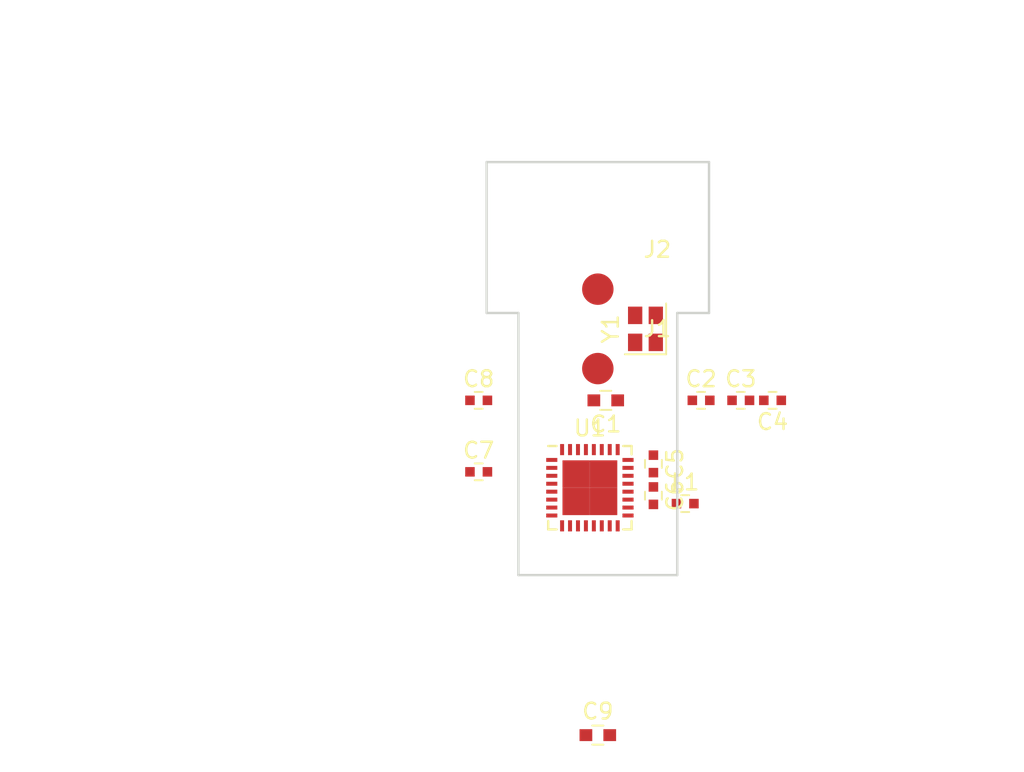
<source format=kicad_pcb>
(kicad_pcb (version 4) (host pcbnew 4.0.7-e0-6372~58~ubuntu16.10.1)

  (general
    (links 28)
    (no_connects 28)
    (area 31.924999 16.424999 46.075001 42.575001)
    (thickness 1.6)
    (drawings 27)
    (tracks 0)
    (zones 0)
    (modules 14)
    (nets 9)
  )

  (page A4)
  (layers
    (0 F.Cu signal)
    (31 B.Cu signal)
    (32 B.Adhes user)
    (33 F.Adhes user)
    (34 B.Paste user)
    (35 F.Paste user)
    (36 B.SilkS user)
    (37 F.SilkS user)
    (38 B.Mask user)
    (39 F.Mask user)
    (40 Dwgs.User user)
    (41 Cmts.User user)
    (42 Eco1.User user)
    (43 Eco2.User user)
    (44 Edge.Cuts user)
    (45 Margin user)
    (46 B.CrtYd user)
    (47 F.CrtYd user)
    (48 B.Fab user)
    (49 F.Fab user)
  )

  (setup
    (last_trace_width 0.25)
    (trace_clearance 0.2)
    (zone_clearance 0.508)
    (zone_45_only no)
    (trace_min 0.2)
    (segment_width 0.2)
    (edge_width 0.15)
    (via_size 0.6)
    (via_drill 0.4)
    (via_min_size 0.4)
    (via_min_drill 0.3)
    (uvia_size 0.3)
    (uvia_drill 0.1)
    (uvias_allowed no)
    (uvia_min_size 0.2)
    (uvia_min_drill 0.1)
    (pcb_text_width 0.3)
    (pcb_text_size 1.5 1.5)
    (mod_edge_width 0.15)
    (mod_text_size 1 1)
    (mod_text_width 0.15)
    (pad_size 1.524 1.524)
    (pad_drill 0.762)
    (pad_to_mask_clearance 0.2)
    (aux_axis_origin 0 0)
    (visible_elements FFFFFF7F)
    (pcbplotparams
      (layerselection 0x00030_80000001)
      (usegerberextensions false)
      (excludeedgelayer true)
      (linewidth 0.100000)
      (plotframeref false)
      (viasonmask false)
      (mode 1)
      (useauxorigin false)
      (hpglpennumber 1)
      (hpglpenspeed 20)
      (hpglpendiameter 15)
      (hpglpenoverlay 2)
      (psnegative false)
      (psa4output false)
      (plotreference true)
      (plotvalue true)
      (plotinvisibletext false)
      (padsonsilk false)
      (subtractmaskfromsilk false)
      (outputformat 1)
      (mirror false)
      (drillshape 1)
      (scaleselection 1)
      (outputdirectory ""))
  )

  (net 0 "")
  (net 1 GNDD)
  (net 2 VDDA)
  (net 3 "Net-(C3-Pad1)")
  (net 4 "Net-(C4-Pad1)")
  (net 5 "Net-(C5-Pad2)")
  (net 6 "Net-(C6-Pad2)")
  (net 7 "Net-(C7-Pad1)")
  (net 8 "Net-(C9-Pad1)")

  (net_class Default "This is the default net class."
    (clearance 0.2)
    (trace_width 0.25)
    (via_dia 0.6)
    (via_drill 0.4)
    (uvia_dia 0.3)
    (uvia_drill 0.1)
    (add_net GNDD)
    (add_net "Net-(C3-Pad1)")
    (add_net "Net-(C4-Pad1)")
    (add_net "Net-(C5-Pad2)")
    (add_net "Net-(C6-Pad2)")
    (add_net "Net-(C7-Pad1)")
    (add_net "Net-(C9-Pad1)")
    (add_net VDDA)
  )

  (module Housings_DFN_QFN:QFN-32-1EP_5x5mm_Pitch0.5mm (layer F.Cu) (tedit 54130A77) (tstamp 58848ED7)
    (at 38.5 37)
    (descr "UH Package; 32-Lead Plastic QFN (5mm x 5mm); (see Linear Technology QFN_32_05-08-1693.pdf)")
    (tags "QFN 0.5")
    (path /5A92EC3B)
    (attr smd)
    (fp_text reference U1 (at 0 -3.75) (layer F.SilkS)
      (effects (font (size 1 1) (thickness 0.15)))
    )
    (fp_text value nRF52810 (at 0 3.75) (layer F.Fab)
      (effects (font (size 1 1) (thickness 0.15)))
    )
    (fp_line (start -1.5 -2.5) (end 2.5 -2.5) (layer F.Fab) (width 0.15))
    (fp_line (start 2.5 -2.5) (end 2.5 2.5) (layer F.Fab) (width 0.15))
    (fp_line (start 2.5 2.5) (end -2.5 2.5) (layer F.Fab) (width 0.15))
    (fp_line (start -2.5 2.5) (end -2.5 -1.5) (layer F.Fab) (width 0.15))
    (fp_line (start -2.5 -1.5) (end -1.5 -2.5) (layer F.Fab) (width 0.15))
    (fp_line (start -3 -3) (end -3 3) (layer F.CrtYd) (width 0.05))
    (fp_line (start 3 -3) (end 3 3) (layer F.CrtYd) (width 0.05))
    (fp_line (start -3 -3) (end 3 -3) (layer F.CrtYd) (width 0.05))
    (fp_line (start -3 3) (end 3 3) (layer F.CrtYd) (width 0.05))
    (fp_line (start 2.625 -2.625) (end 2.625 -2.1) (layer F.SilkS) (width 0.15))
    (fp_line (start -2.625 2.625) (end -2.625 2.1) (layer F.SilkS) (width 0.15))
    (fp_line (start 2.625 2.625) (end 2.625 2.1) (layer F.SilkS) (width 0.15))
    (fp_line (start -2.625 -2.625) (end -2.1 -2.625) (layer F.SilkS) (width 0.15))
    (fp_line (start -2.625 2.625) (end -2.1 2.625) (layer F.SilkS) (width 0.15))
    (fp_line (start 2.625 2.625) (end 2.1 2.625) (layer F.SilkS) (width 0.15))
    (fp_line (start 2.625 -2.625) (end 2.1 -2.625) (layer F.SilkS) (width 0.15))
    (pad 1 smd rect (at -2.4 -1.75) (size 0.7 0.25) (layers F.Cu F.Paste F.Mask)
      (net 7 "Net-(C7-Pad1)"))
    (pad 2 smd rect (at -2.4 -1.25) (size 0.7 0.25) (layers F.Cu F.Paste F.Mask))
    (pad 3 smd rect (at -2.4 -0.75) (size 0.7 0.25) (layers F.Cu F.Paste F.Mask))
    (pad 4 smd rect (at -2.4 -0.25) (size 0.7 0.25) (layers F.Cu F.Paste F.Mask))
    (pad 5 smd rect (at -2.4 0.25) (size 0.7 0.25) (layers F.Cu F.Paste F.Mask))
    (pad 6 smd rect (at -2.4 0.75) (size 0.7 0.25) (layers F.Cu F.Paste F.Mask))
    (pad 7 smd rect (at -2.4 1.25) (size 0.7 0.25) (layers F.Cu F.Paste F.Mask))
    (pad 8 smd rect (at -2.4 1.75) (size 0.7 0.25) (layers F.Cu F.Paste F.Mask))
    (pad 9 smd rect (at -1.75 2.4 90) (size 0.7 0.25) (layers F.Cu F.Paste F.Mask)
      (net 2 VDDA))
    (pad 10 smd rect (at -1.25 2.4 90) (size 0.7 0.25) (layers F.Cu F.Paste F.Mask))
    (pad 11 smd rect (at -0.75 2.4 90) (size 0.7 0.25) (layers F.Cu F.Paste F.Mask))
    (pad 12 smd rect (at -0.25 2.4 90) (size 0.7 0.25) (layers F.Cu F.Paste F.Mask))
    (pad 13 smd rect (at 0.25 2.4 90) (size 0.7 0.25) (layers F.Cu F.Paste F.Mask))
    (pad 14 smd rect (at 0.75 2.4 90) (size 0.7 0.25) (layers F.Cu F.Paste F.Mask))
    (pad 15 smd rect (at 1.25 2.4 90) (size 0.7 0.25) (layers F.Cu F.Paste F.Mask))
    (pad 16 smd rect (at 1.75 2.4 90) (size 0.7 0.25) (layers F.Cu F.Paste F.Mask))
    (pad 17 smd rect (at 2.4 1.75) (size 0.7 0.25) (layers F.Cu F.Paste F.Mask))
    (pad 18 smd rect (at 2.4 1.25) (size 0.7 0.25) (layers F.Cu F.Paste F.Mask))
    (pad 19 smd rect (at 2.4 0.75) (size 0.7 0.25) (layers F.Cu F.Paste F.Mask)
      (net 6 "Net-(C6-Pad2)"))
    (pad 20 smd rect (at 2.4 0.25) (size 0.7 0.25) (layers F.Cu F.Paste F.Mask)
      (net 1 GNDD))
    (pad 21 smd rect (at 2.4 -0.25) (size 0.7 0.25) (layers F.Cu F.Paste F.Mask))
    (pad 22 smd rect (at 2.4 -0.75) (size 0.7 0.25) (layers F.Cu F.Paste F.Mask)
      (net 5 "Net-(C5-Pad2)"))
    (pad 23 smd rect (at 2.4 -1.25) (size 0.7 0.25) (layers F.Cu F.Paste F.Mask)
      (net 4 "Net-(C4-Pad1)"))
    (pad 24 smd rect (at 2.4 -1.75) (size 0.7 0.25) (layers F.Cu F.Paste F.Mask)
      (net 3 "Net-(C3-Pad1)"))
    (pad 25 smd rect (at 1.75 -2.4 90) (size 0.7 0.25) (layers F.Cu F.Paste F.Mask)
      (net 2 VDDA))
    (pad 26 smd rect (at 1.25 -2.4 90) (size 0.7 0.25) (layers F.Cu F.Paste F.Mask))
    (pad 27 smd rect (at 0.75 -2.4 90) (size 0.7 0.25) (layers F.Cu F.Paste F.Mask))
    (pad 28 smd rect (at 0.25 -2.4 90) (size 0.7 0.25) (layers F.Cu F.Paste F.Mask))
    (pad 29 smd rect (at -0.25 -2.4 90) (size 0.7 0.25) (layers F.Cu F.Paste F.Mask)
      (net 1 GNDD))
    (pad 30 smd rect (at -0.75 -2.4 90) (size 0.7 0.25) (layers F.Cu F.Paste F.Mask)
      (net 8 "Net-(C9-Pad1)"))
    (pad 31 smd rect (at -1.25 -2.4 90) (size 0.7 0.25) (layers F.Cu F.Paste F.Mask))
    (pad 32 smd rect (at -1.75 -2.4 90) (size 0.7 0.25) (layers F.Cu F.Paste F.Mask)
      (net 2 VDDA))
    (pad 33 smd rect (at 0.8625 0.8625) (size 1.725 1.725) (layers F.Cu F.Paste F.Mask)
      (net 1 GNDD) (solder_paste_margin_ratio -0.2))
    (pad 33 smd rect (at 0.8625 -0.8625) (size 1.725 1.725) (layers F.Cu F.Paste F.Mask)
      (net 1 GNDD) (solder_paste_margin_ratio -0.2))
    (pad 33 smd rect (at -0.8625 0.8625) (size 1.725 1.725) (layers F.Cu F.Paste F.Mask)
      (net 1 GNDD) (solder_paste_margin_ratio -0.2))
    (pad 33 smd rect (at -0.8625 -0.8625) (size 1.725 1.725) (layers F.Cu F.Paste F.Mask)
      (net 1 GNDD) (solder_paste_margin_ratio -0.2))
    (model Housings_DFN_QFN.3dshapes/QFN-32-1EP_5x5mm_Pitch0.5mm.wrl
      (at (xyz 0 0 0))
      (scale (xyz 1 1 1))
      (rotate (xyz 0 0 0))
    )
  )

  (module Oscillators:Oscillator_SMD_SeikoEpson_SG210-4pin_2.5x2.0mm (layer F.Cu) (tedit 5873E5B3) (tstamp 58848EDF)
    (at 42 27 90)
    (descr "SMD Crystal Oscillator Seiko Epson SG-210 https://support.epson.biz/td/api/doc_check.php?mode=dl&lang=en&Parts=SG-210SED, 2.5x2.0mm^2 package")
    (tags "SMD SMT crystal oscillator")
    (path /58848A2C)
    (attr smd)
    (fp_text reference Y1 (at 0 -2.2 90) (layer F.SilkS)
      (effects (font (size 1 1) (thickness 0.15)))
    )
    (fp_text value Crystal_GND23_Small (at 0 2.2 90) (layer F.Fab)
      (effects (font (size 1 1) (thickness 0.15)))
    )
    (fp_circle (center 0 0) (end 1 0) (layer F.Adhes) (width 0.1))
    (fp_circle (center 0 0) (end 0.833333 0) (layer F.Adhes) (width 0.333333))
    (fp_circle (center 0 0) (end 0.533333 0) (layer F.Adhes) (width 0.333333))
    (fp_circle (center 0 0) (end 0.233333 0) (layer F.Adhes) (width 0.466667))
    (fp_line (start -1.25 -1) (end -1.25 1) (layer F.Fab) (width 0.1))
    (fp_line (start -1.25 1) (end 1.25 1) (layer F.Fab) (width 0.1))
    (fp_line (start 1.25 1) (end 1.25 -1) (layer F.Fab) (width 0.1))
    (fp_line (start 1.25 -1) (end -1.25 -1) (layer F.Fab) (width 0.1))
    (fp_line (start -1.25 0) (end -0.25 1) (layer F.Fab) (width 0.1))
    (fp_line (start -1.6 -1.3) (end -1.6 1.3) (layer F.SilkS) (width 0.12))
    (fp_line (start -1.6 1.3) (end 1.6 1.3) (layer F.SilkS) (width 0.12))
    (fp_line (start -1.7 -1.4) (end -1.7 1.4) (layer F.CrtYd) (width 0.05))
    (fp_line (start -1.7 1.4) (end 1.7 1.4) (layer F.CrtYd) (width 0.05))
    (fp_line (start 1.7 1.4) (end 1.7 -1.4) (layer F.CrtYd) (width 0.05))
    (fp_line (start 1.7 -1.4) (end -1.7 -1.4) (layer F.CrtYd) (width 0.05))
    (pad 1 smd rect (at -0.85 0.65 90) (size 1.1 0.9) (layers F.Cu F.Mask)
      (net 3 "Net-(C3-Pad1)"))
    (pad 2 smd rect (at 0.85 0.65 90) (size 1.1 0.9) (layers F.Cu F.Mask))
    (pad 3 smd rect (at 0.85 -0.65 90) (size 1.1 0.9) (layers F.Cu F.Mask))
    (pad 4 smd rect (at -0.85 -0.65 90) (size 1.1 0.9) (layers F.Cu F.Mask)
      (net 4 "Net-(C4-Pad1)"))
    (model Oscillators.3dshapes/Oscillator_SMD_SeikoEpson_SG210-4pin_2.5x2.0mm.wrl
      (at (xyz 0 0 0))
      (scale (xyz 1 1 1))
      (rotate (xyz 0 0 0))
    )
  )

  (module Connect_Addons:MillMax1578_Disc_Connector (layer F.Cu) (tedit 5A91F32F) (tstamp 5A91F426)
    (at 39 29.5)
    (descr "Molex 0.50mm Pitch Easy-On Type FFC/FPC Connector, For LVDS, 2.33mm Height, Right Angle, Surface Mount, ZIF, Bottom Contact Style, 15 Circuits (http://www.molex.com/pdm_docs/sd/5022441530_sd.pdf)")
    (tags "molex FFC/FPC connector Pitch 0.5mm right angle")
    (path /5A91F282)
    (attr smd)
    (fp_text reference J1 (at 3.75 -2.5) (layer F.SilkS)
      (effects (font (size 1 1) (thickness 0.15)))
    )
    (fp_text value 1578-3-57-15-00-00-03-0 (at 0 4.7) (layer F.Fab)
      (effects (font (size 1 1) (thickness 0.15)))
    )
    (pad 1 smd circle (at 0 0) (size 1.98 1.98) (layers F.Cu F.Paste F.Mask))
    (model ${KISYS3DMOD}/Connectors_Molex.3dshapes/Molex_FFC-502244-1530.wrl
      (at (xyz 0 0 0))
      (scale (xyz 1 1 1))
      (rotate (xyz 0 0 0))
    )
  )

  (module Connect_Addons:MillMax1578_Disc_Connector (layer F.Cu) (tedit 5A91F32F) (tstamp 5A91F42E)
    (at 39 24.5)
    (descr "Molex 0.50mm Pitch Easy-On Type FFC/FPC Connector, For LVDS, 2.33mm Height, Right Angle, Surface Mount, ZIF, Bottom Contact Style, 15 Circuits (http://www.molex.com/pdm_docs/sd/5022441530_sd.pdf)")
    (tags "molex FFC/FPC connector Pitch 0.5mm right angle")
    (path /5A91F321)
    (attr smd)
    (fp_text reference J2 (at 3.75 -2.5) (layer F.SilkS)
      (effects (font (size 1 1) (thickness 0.15)))
    )
    (fp_text value 1578-3-57-15-00-00-03-0 (at 0 4.7) (layer F.Fab)
      (effects (font (size 1 1) (thickness 0.15)))
    )
    (pad 1 smd circle (at 0 0) (size 1.98 1.98) (layers F.Cu F.Paste F.Mask))
    (model ${KISYS3DMOD}/Connectors_Molex.3dshapes/Molex_FFC-502244-1530.wrl
      (at (xyz 0 0 0))
      (scale (xyz 1 1 1))
      (rotate (xyz 0 0 0))
    )
  )

  (module Capacitors_SMD:C_0603 (layer F.Cu) (tedit 59958EE7) (tstamp 5A92F201)
    (at 39.5 31.5 180)
    (descr "Capacitor SMD 0603, reflow soldering, AVX (see smccp.pdf)")
    (tags "capacitor 0603")
    (path /5A92FE17)
    (attr smd)
    (fp_text reference C1 (at 0 -1.5 180) (layer F.SilkS)
      (effects (font (size 1 1) (thickness 0.15)))
    )
    (fp_text value "4.7 uF" (at 0 1.5 180) (layer F.Fab)
      (effects (font (size 1 1) (thickness 0.15)))
    )
    (fp_line (start 1.4 0.65) (end -1.4 0.65) (layer F.CrtYd) (width 0.05))
    (fp_line (start 1.4 0.65) (end 1.4 -0.65) (layer F.CrtYd) (width 0.05))
    (fp_line (start -1.4 -0.65) (end -1.4 0.65) (layer F.CrtYd) (width 0.05))
    (fp_line (start -1.4 -0.65) (end 1.4 -0.65) (layer F.CrtYd) (width 0.05))
    (fp_line (start 0.35 0.6) (end -0.35 0.6) (layer F.SilkS) (width 0.12))
    (fp_line (start -0.35 -0.6) (end 0.35 -0.6) (layer F.SilkS) (width 0.12))
    (fp_line (start -0.8 -0.4) (end 0.8 -0.4) (layer F.Fab) (width 0.1))
    (fp_line (start 0.8 -0.4) (end 0.8 0.4) (layer F.Fab) (width 0.1))
    (fp_line (start 0.8 0.4) (end -0.8 0.4) (layer F.Fab) (width 0.1))
    (fp_line (start -0.8 0.4) (end -0.8 -0.4) (layer F.Fab) (width 0.1))
    (fp_text user %R (at 0 0 180) (layer F.Fab)
      (effects (font (size 0.3 0.3) (thickness 0.075)))
    )
    (pad 2 smd rect (at 0.75 0 180) (size 0.8 0.75) (layers F.Cu F.Paste F.Mask)
      (net 1 GNDD))
    (pad 1 smd rect (at -0.75 0 180) (size 0.8 0.75) (layers F.Cu F.Paste F.Mask)
      (net 2 VDDA))
    (model Capacitors_SMD.3dshapes/C_0603.wrl
      (at (xyz 0 0 0))
      (scale (xyz 1 1 1))
      (rotate (xyz 0 0 0))
    )
  )

  (module Resistors_SMD_Addons:R_0402_HandSoldering (layer F.Cu) (tedit 5A44E9C0) (tstamp 5A92F207)
    (at 45.5 31.5)
    (descr "Resistor SMD 0402, reflow soldering, Vishay (see dcrcw.pdf)")
    (tags "resistor 0402")
    (path /5A930138)
    (attr smd)
    (fp_text reference C2 (at 0 -1.35) (layer F.SilkS)
      (effects (font (size 1 1) (thickness 0.15)))
    )
    (fp_text value "100 nF" (at 0 1.45) (layer F.Fab)
      (effects (font (size 1 1) (thickness 0.15)))
    )
    (fp_text user %R (at 0 -1.35) (layer F.Fab)
      (effects (font (size 1 1) (thickness 0.15)))
    )
    (fp_line (start -0.5 0.25) (end -0.5 -0.25) (layer F.Fab) (width 0.1))
    (fp_line (start 0.5 0.25) (end -0.5 0.25) (layer F.Fab) (width 0.1))
    (fp_line (start 0.5 -0.25) (end 0.5 0.25) (layer F.Fab) (width 0.1))
    (fp_line (start -0.5 -0.25) (end 0.5 -0.25) (layer F.Fab) (width 0.1))
    (fp_line (start 0.25 -0.53) (end -0.25 -0.53) (layer F.SilkS) (width 0.12))
    (fp_line (start -0.25 0.53) (end 0.25 0.53) (layer F.SilkS) (width 0.12))
    (fp_line (start -0.9 -0.45) (end 0.9 -0.45) (layer F.CrtYd) (width 0.05))
    (fp_line (start -0.9 -0.45) (end -0.9 0.45) (layer F.CrtYd) (width 0.05))
    (fp_line (start 0.9 0.45) (end 0.9 -0.45) (layer F.CrtYd) (width 0.05))
    (fp_line (start 0.9 0.45) (end -0.9 0.45) (layer F.CrtYd) (width 0.05))
    (pad 1 smd rect (at -0.55 0) (size 0.6 0.6) (layers F.Cu F.Paste F.Mask)
      (net 2 VDDA))
    (pad 2 smd rect (at 0.55 0) (size 0.6 0.6) (layers F.Cu F.Paste F.Mask)
      (net 1 GNDD))
    (model ${KISYS3DMOD}/Resistors_SMD.3dshapes/R_0402.wrl
      (at (xyz 0 0 0))
      (scale (xyz 1 1 1))
      (rotate (xyz 0 0 0))
    )
  )

  (module Resistors_SMD_Addons:R_0402_HandSoldering (layer F.Cu) (tedit 5A44E9C0) (tstamp 5A92F20D)
    (at 48 31.5)
    (descr "Resistor SMD 0402, reflow soldering, Vishay (see dcrcw.pdf)")
    (tags "resistor 0402")
    (path /5A92F5F3)
    (attr smd)
    (fp_text reference C3 (at 0 -1.35) (layer F.SilkS)
      (effects (font (size 1 1) (thickness 0.15)))
    )
    (fp_text value "12 pF" (at 0 1.45) (layer F.Fab)
      (effects (font (size 1 1) (thickness 0.15)))
    )
    (fp_text user %R (at 0 -1.35) (layer F.Fab)
      (effects (font (size 1 1) (thickness 0.15)))
    )
    (fp_line (start -0.5 0.25) (end -0.5 -0.25) (layer F.Fab) (width 0.1))
    (fp_line (start 0.5 0.25) (end -0.5 0.25) (layer F.Fab) (width 0.1))
    (fp_line (start 0.5 -0.25) (end 0.5 0.25) (layer F.Fab) (width 0.1))
    (fp_line (start -0.5 -0.25) (end 0.5 -0.25) (layer F.Fab) (width 0.1))
    (fp_line (start 0.25 -0.53) (end -0.25 -0.53) (layer F.SilkS) (width 0.12))
    (fp_line (start -0.25 0.53) (end 0.25 0.53) (layer F.SilkS) (width 0.12))
    (fp_line (start -0.9 -0.45) (end 0.9 -0.45) (layer F.CrtYd) (width 0.05))
    (fp_line (start -0.9 -0.45) (end -0.9 0.45) (layer F.CrtYd) (width 0.05))
    (fp_line (start 0.9 0.45) (end 0.9 -0.45) (layer F.CrtYd) (width 0.05))
    (fp_line (start 0.9 0.45) (end -0.9 0.45) (layer F.CrtYd) (width 0.05))
    (pad 1 smd rect (at -0.55 0) (size 0.6 0.6) (layers F.Cu F.Paste F.Mask)
      (net 3 "Net-(C3-Pad1)"))
    (pad 2 smd rect (at 0.55 0) (size 0.6 0.6) (layers F.Cu F.Paste F.Mask)
      (net 1 GNDD))
    (model ${KISYS3DMOD}/Resistors_SMD.3dshapes/R_0402.wrl
      (at (xyz 0 0 0))
      (scale (xyz 1 1 1))
      (rotate (xyz 0 0 0))
    )
  )

  (module Resistors_SMD_Addons:R_0402_HandSoldering (layer F.Cu) (tedit 5A44E9C0) (tstamp 5A92F213)
    (at 50 31.5 180)
    (descr "Resistor SMD 0402, reflow soldering, Vishay (see dcrcw.pdf)")
    (tags "resistor 0402")
    (path /5A92F36F)
    (attr smd)
    (fp_text reference C4 (at 0 -1.35 180) (layer F.SilkS)
      (effects (font (size 1 1) (thickness 0.15)))
    )
    (fp_text value "12 pF" (at 0 1.45 180) (layer F.Fab)
      (effects (font (size 1 1) (thickness 0.15)))
    )
    (fp_text user %R (at 0 -1.35 180) (layer F.Fab)
      (effects (font (size 1 1) (thickness 0.15)))
    )
    (fp_line (start -0.5 0.25) (end -0.5 -0.25) (layer F.Fab) (width 0.1))
    (fp_line (start 0.5 0.25) (end -0.5 0.25) (layer F.Fab) (width 0.1))
    (fp_line (start 0.5 -0.25) (end 0.5 0.25) (layer F.Fab) (width 0.1))
    (fp_line (start -0.5 -0.25) (end 0.5 -0.25) (layer F.Fab) (width 0.1))
    (fp_line (start 0.25 -0.53) (end -0.25 -0.53) (layer F.SilkS) (width 0.12))
    (fp_line (start -0.25 0.53) (end 0.25 0.53) (layer F.SilkS) (width 0.12))
    (fp_line (start -0.9 -0.45) (end 0.9 -0.45) (layer F.CrtYd) (width 0.05))
    (fp_line (start -0.9 -0.45) (end -0.9 0.45) (layer F.CrtYd) (width 0.05))
    (fp_line (start 0.9 0.45) (end 0.9 -0.45) (layer F.CrtYd) (width 0.05))
    (fp_line (start 0.9 0.45) (end -0.9 0.45) (layer F.CrtYd) (width 0.05))
    (pad 1 smd rect (at -0.55 0 180) (size 0.6 0.6) (layers F.Cu F.Paste F.Mask)
      (net 4 "Net-(C4-Pad1)"))
    (pad 2 smd rect (at 0.55 0 180) (size 0.6 0.6) (layers F.Cu F.Paste F.Mask)
      (net 1 GNDD))
    (model ${KISYS3DMOD}/Resistors_SMD.3dshapes/R_0402.wrl
      (at (xyz 0 0 0))
      (scale (xyz 1 1 1))
      (rotate (xyz 0 0 0))
    )
  )

  (module Resistors_SMD_Addons:R_0402_HandSoldering (layer F.Cu) (tedit 5A44E9C0) (tstamp 5A92F219)
    (at 42.5 35.5 270)
    (descr "Resistor SMD 0402, reflow soldering, Vishay (see dcrcw.pdf)")
    (tags "resistor 0402")
    (path /5A92F773)
    (attr smd)
    (fp_text reference C5 (at 0 -1.35 270) (layer F.SilkS)
      (effects (font (size 1 1) (thickness 0.15)))
    )
    (fp_text value "100 pF" (at 0 1.45 270) (layer F.Fab)
      (effects (font (size 1 1) (thickness 0.15)))
    )
    (fp_text user %R (at 0 -1.35 270) (layer F.Fab)
      (effects (font (size 1 1) (thickness 0.15)))
    )
    (fp_line (start -0.5 0.25) (end -0.5 -0.25) (layer F.Fab) (width 0.1))
    (fp_line (start 0.5 0.25) (end -0.5 0.25) (layer F.Fab) (width 0.1))
    (fp_line (start 0.5 -0.25) (end 0.5 0.25) (layer F.Fab) (width 0.1))
    (fp_line (start -0.5 -0.25) (end 0.5 -0.25) (layer F.Fab) (width 0.1))
    (fp_line (start 0.25 -0.53) (end -0.25 -0.53) (layer F.SilkS) (width 0.12))
    (fp_line (start -0.25 0.53) (end 0.25 0.53) (layer F.SilkS) (width 0.12))
    (fp_line (start -0.9 -0.45) (end 0.9 -0.45) (layer F.CrtYd) (width 0.05))
    (fp_line (start -0.9 -0.45) (end -0.9 0.45) (layer F.CrtYd) (width 0.05))
    (fp_line (start 0.9 0.45) (end 0.9 -0.45) (layer F.CrtYd) (width 0.05))
    (fp_line (start 0.9 0.45) (end -0.9 0.45) (layer F.CrtYd) (width 0.05))
    (pad 1 smd rect (at -0.55 0 270) (size 0.6 0.6) (layers F.Cu F.Paste F.Mask)
      (net 1 GNDD))
    (pad 2 smd rect (at 0.55 0 270) (size 0.6 0.6) (layers F.Cu F.Paste F.Mask)
      (net 5 "Net-(C5-Pad2)"))
    (model ${KISYS3DMOD}/Resistors_SMD.3dshapes/R_0402.wrl
      (at (xyz 0 0 0))
      (scale (xyz 1 1 1))
      (rotate (xyz 0 0 0))
    )
  )

  (module Resistors_SMD_Addons:R_0402_HandSoldering (layer F.Cu) (tedit 5A44E9C0) (tstamp 5A92F21F)
    (at 42.5 37.5 270)
    (descr "Resistor SMD 0402, reflow soldering, Vishay (see dcrcw.pdf)")
    (tags "resistor 0402")
    (path /5A92EDB7)
    (attr smd)
    (fp_text reference C6 (at 0 -1.35 270) (layer F.SilkS)
      (effects (font (size 1 1) (thickness 0.15)))
    )
    (fp_text value "0.8 pF" (at 0 1.45 270) (layer F.Fab)
      (effects (font (size 1 1) (thickness 0.15)))
    )
    (fp_text user %R (at 0 -1.35 270) (layer F.Fab)
      (effects (font (size 1 1) (thickness 0.15)))
    )
    (fp_line (start -0.5 0.25) (end -0.5 -0.25) (layer F.Fab) (width 0.1))
    (fp_line (start 0.5 0.25) (end -0.5 0.25) (layer F.Fab) (width 0.1))
    (fp_line (start 0.5 -0.25) (end 0.5 0.25) (layer F.Fab) (width 0.1))
    (fp_line (start -0.5 -0.25) (end 0.5 -0.25) (layer F.Fab) (width 0.1))
    (fp_line (start 0.25 -0.53) (end -0.25 -0.53) (layer F.SilkS) (width 0.12))
    (fp_line (start -0.25 0.53) (end 0.25 0.53) (layer F.SilkS) (width 0.12))
    (fp_line (start -0.9 -0.45) (end 0.9 -0.45) (layer F.CrtYd) (width 0.05))
    (fp_line (start -0.9 -0.45) (end -0.9 0.45) (layer F.CrtYd) (width 0.05))
    (fp_line (start 0.9 0.45) (end 0.9 -0.45) (layer F.CrtYd) (width 0.05))
    (fp_line (start 0.9 0.45) (end -0.9 0.45) (layer F.CrtYd) (width 0.05))
    (pad 1 smd rect (at -0.55 0 270) (size 0.6 0.6) (layers F.Cu F.Paste F.Mask)
      (net 1 GNDD))
    (pad 2 smd rect (at 0.55 0 270) (size 0.6 0.6) (layers F.Cu F.Paste F.Mask)
      (net 6 "Net-(C6-Pad2)"))
    (model ${KISYS3DMOD}/Resistors_SMD.3dshapes/R_0402.wrl
      (at (xyz 0 0 0))
      (scale (xyz 1 1 1))
      (rotate (xyz 0 0 0))
    )
  )

  (module Resistors_SMD_Addons:R_0402_HandSoldering (layer F.Cu) (tedit 5A44E9C0) (tstamp 5A92F225)
    (at 31.5 36)
    (descr "Resistor SMD 0402, reflow soldering, Vishay (see dcrcw.pdf)")
    (tags "resistor 0402")
    (path /5A92EF77)
    (attr smd)
    (fp_text reference C7 (at 0 -1.35) (layer F.SilkS)
      (effects (font (size 1 1) (thickness 0.15)))
    )
    (fp_text value "100 nF" (at 0 1.45) (layer F.Fab)
      (effects (font (size 1 1) (thickness 0.15)))
    )
    (fp_text user %R (at 0 -1.35) (layer F.Fab)
      (effects (font (size 1 1) (thickness 0.15)))
    )
    (fp_line (start -0.5 0.25) (end -0.5 -0.25) (layer F.Fab) (width 0.1))
    (fp_line (start 0.5 0.25) (end -0.5 0.25) (layer F.Fab) (width 0.1))
    (fp_line (start 0.5 -0.25) (end 0.5 0.25) (layer F.Fab) (width 0.1))
    (fp_line (start -0.5 -0.25) (end 0.5 -0.25) (layer F.Fab) (width 0.1))
    (fp_line (start 0.25 -0.53) (end -0.25 -0.53) (layer F.SilkS) (width 0.12))
    (fp_line (start -0.25 0.53) (end 0.25 0.53) (layer F.SilkS) (width 0.12))
    (fp_line (start -0.9 -0.45) (end 0.9 -0.45) (layer F.CrtYd) (width 0.05))
    (fp_line (start -0.9 -0.45) (end -0.9 0.45) (layer F.CrtYd) (width 0.05))
    (fp_line (start 0.9 0.45) (end 0.9 -0.45) (layer F.CrtYd) (width 0.05))
    (fp_line (start 0.9 0.45) (end -0.9 0.45) (layer F.CrtYd) (width 0.05))
    (pad 1 smd rect (at -0.55 0) (size 0.6 0.6) (layers F.Cu F.Paste F.Mask)
      (net 7 "Net-(C7-Pad1)"))
    (pad 2 smd rect (at 0.55 0) (size 0.6 0.6) (layers F.Cu F.Paste F.Mask)
      (net 1 GNDD))
    (model ${KISYS3DMOD}/Resistors_SMD.3dshapes/R_0402.wrl
      (at (xyz 0 0 0))
      (scale (xyz 1 1 1))
      (rotate (xyz 0 0 0))
    )
  )

  (module Resistors_SMD_Addons:R_0402_HandSoldering (layer F.Cu) (tedit 5A44E9C0) (tstamp 5A92F22B)
    (at 31.5 31.5)
    (descr "Resistor SMD 0402, reflow soldering, Vishay (see dcrcw.pdf)")
    (tags "resistor 0402")
    (path /5A92FB8D)
    (attr smd)
    (fp_text reference C8 (at 0 -1.35) (layer F.SilkS)
      (effects (font (size 1 1) (thickness 0.15)))
    )
    (fp_text value "100 nF" (at 0 1.45) (layer F.Fab)
      (effects (font (size 1 1) (thickness 0.15)))
    )
    (fp_text user %R (at 0 -1.35) (layer F.Fab)
      (effects (font (size 1 1) (thickness 0.15)))
    )
    (fp_line (start -0.5 0.25) (end -0.5 -0.25) (layer F.Fab) (width 0.1))
    (fp_line (start 0.5 0.25) (end -0.5 0.25) (layer F.Fab) (width 0.1))
    (fp_line (start 0.5 -0.25) (end 0.5 0.25) (layer F.Fab) (width 0.1))
    (fp_line (start -0.5 -0.25) (end 0.5 -0.25) (layer F.Fab) (width 0.1))
    (fp_line (start 0.25 -0.53) (end -0.25 -0.53) (layer F.SilkS) (width 0.12))
    (fp_line (start -0.25 0.53) (end 0.25 0.53) (layer F.SilkS) (width 0.12))
    (fp_line (start -0.9 -0.45) (end 0.9 -0.45) (layer F.CrtYd) (width 0.05))
    (fp_line (start -0.9 -0.45) (end -0.9 0.45) (layer F.CrtYd) (width 0.05))
    (fp_line (start 0.9 0.45) (end 0.9 -0.45) (layer F.CrtYd) (width 0.05))
    (fp_line (start 0.9 0.45) (end -0.9 0.45) (layer F.CrtYd) (width 0.05))
    (pad 1 smd rect (at -0.55 0) (size 0.6 0.6) (layers F.Cu F.Paste F.Mask)
      (net 1 GNDD))
    (pad 2 smd rect (at 0.55 0) (size 0.6 0.6) (layers F.Cu F.Paste F.Mask)
      (net 2 VDDA))
    (model ${KISYS3DMOD}/Resistors_SMD.3dshapes/R_0402.wrl
      (at (xyz 0 0 0))
      (scale (xyz 1 1 1))
      (rotate (xyz 0 0 0))
    )
  )

  (module Capacitors_SMD:C_0603 (layer F.Cu) (tedit 59958EE7) (tstamp 5A92F231)
    (at 39 52.575001)
    (descr "Capacitor SMD 0603, reflow soldering, AVX (see smccp.pdf)")
    (tags "capacitor 0603")
    (path /5A930579)
    (attr smd)
    (fp_text reference C9 (at 0 -1.5) (layer F.SilkS)
      (effects (font (size 1 1) (thickness 0.15)))
    )
    (fp_text value "1 uF" (at 0 1.5) (layer F.Fab)
      (effects (font (size 1 1) (thickness 0.15)))
    )
    (fp_line (start 1.4 0.65) (end -1.4 0.65) (layer F.CrtYd) (width 0.05))
    (fp_line (start 1.4 0.65) (end 1.4 -0.65) (layer F.CrtYd) (width 0.05))
    (fp_line (start -1.4 -0.65) (end -1.4 0.65) (layer F.CrtYd) (width 0.05))
    (fp_line (start -1.4 -0.65) (end 1.4 -0.65) (layer F.CrtYd) (width 0.05))
    (fp_line (start 0.35 0.6) (end -0.35 0.6) (layer F.SilkS) (width 0.12))
    (fp_line (start -0.35 -0.6) (end 0.35 -0.6) (layer F.SilkS) (width 0.12))
    (fp_line (start -0.8 -0.4) (end 0.8 -0.4) (layer F.Fab) (width 0.1))
    (fp_line (start 0.8 -0.4) (end 0.8 0.4) (layer F.Fab) (width 0.1))
    (fp_line (start 0.8 0.4) (end -0.8 0.4) (layer F.Fab) (width 0.1))
    (fp_line (start -0.8 0.4) (end -0.8 -0.4) (layer F.Fab) (width 0.1))
    (fp_text user %R (at 0 0) (layer F.Fab)
      (effects (font (size 0.3 0.3) (thickness 0.075)))
    )
    (pad 2 smd rect (at 0.75 0) (size 0.8 0.75) (layers F.Cu F.Paste F.Mask)
      (net 1 GNDD))
    (pad 1 smd rect (at -0.75 0) (size 0.8 0.75) (layers F.Cu F.Paste F.Mask)
      (net 8 "Net-(C9-Pad1)"))
    (model Capacitors_SMD.3dshapes/C_0603.wrl
      (at (xyz 0 0 0))
      (scale (xyz 1 1 1))
      (rotate (xyz 0 0 0))
    )
  )

  (module Resistors_SMD_Addons:R_0402_HandSoldering (layer F.Cu) (tedit 5A44E9C0) (tstamp 5A92F237)
    (at 44.5 38)
    (descr "Resistor SMD 0402, reflow soldering, Vishay (see dcrcw.pdf)")
    (tags "resistor 0402")
    (path /5A92F08A)
    (attr smd)
    (fp_text reference L1 (at 0 -1.35) (layer F.SilkS)
      (effects (font (size 1 1) (thickness 0.15)))
    )
    (fp_text value "3.9 nH" (at 0 1.45) (layer F.Fab)
      (effects (font (size 1 1) (thickness 0.15)))
    )
    (fp_text user %R (at 0 -1.35) (layer F.Fab)
      (effects (font (size 1 1) (thickness 0.15)))
    )
    (fp_line (start -0.5 0.25) (end -0.5 -0.25) (layer F.Fab) (width 0.1))
    (fp_line (start 0.5 0.25) (end -0.5 0.25) (layer F.Fab) (width 0.1))
    (fp_line (start 0.5 -0.25) (end 0.5 0.25) (layer F.Fab) (width 0.1))
    (fp_line (start -0.5 -0.25) (end 0.5 -0.25) (layer F.Fab) (width 0.1))
    (fp_line (start 0.25 -0.53) (end -0.25 -0.53) (layer F.SilkS) (width 0.12))
    (fp_line (start -0.25 0.53) (end 0.25 0.53) (layer F.SilkS) (width 0.12))
    (fp_line (start -0.9 -0.45) (end 0.9 -0.45) (layer F.CrtYd) (width 0.05))
    (fp_line (start -0.9 -0.45) (end -0.9 0.45) (layer F.CrtYd) (width 0.05))
    (fp_line (start 0.9 0.45) (end 0.9 -0.45) (layer F.CrtYd) (width 0.05))
    (fp_line (start 0.9 0.45) (end -0.9 0.45) (layer F.CrtYd) (width 0.05))
    (pad 1 smd rect (at -0.55 0) (size 0.6 0.6) (layers F.Cu F.Paste F.Mask))
    (pad 2 smd rect (at 0.55 0) (size 0.6 0.6) (layers F.Cu F.Paste F.Mask)
      (net 6 "Net-(C6-Pad2)"))
    (model ${KISYS3DMOD}/Resistors_SMD.3dshapes/R_0402.wrl
      (at (xyz 0 0 0))
      (scale (xyz 1 1 1))
      (rotate (xyz 0 0 0))
    )
  )

  (dimension 35 (width 0.3) (layer Eco2.User)
    (gr_text "35,000 mm" (at 24.65 34 270) (layer Eco2.User)
      (effects (font (size 1.5 1.5) (thickness 0.3)))
    )
    (feature1 (pts (xy 32 51.5) (xy 23.3 51.5)))
    (feature2 (pts (xy 32 16.5) (xy 23.3 16.5)))
    (crossbar (pts (xy 26 16.5) (xy 26 51.5)))
    (arrow1a (pts (xy 26 51.5) (xy 25.413579 50.373496)))
    (arrow1b (pts (xy 26 51.5) (xy 26.586421 50.373496)))
    (arrow2a (pts (xy 26 16.5) (xy 25.413579 17.626504)))
    (arrow2b (pts (xy 26 16.5) (xy 26.586421 17.626504)))
  )
  (dimension 14 (width 0.3) (layer Eco2.User)
    (gr_text "14,000 mm" (at 39 8.15) (layer Eco2.User)
      (effects (font (size 1.5 1.5) (thickness 0.3)))
    )
    (feature1 (pts (xy 32 16.5) (xy 32 6.8)))
    (feature2 (pts (xy 46 16.5) (xy 46 6.8)))
    (crossbar (pts (xy 46 9.5) (xy 32 9.5)))
    (arrow1a (pts (xy 32 9.5) (xy 33.126504 8.913579)))
    (arrow1b (pts (xy 32 9.5) (xy 33.126504 10.086421)))
    (arrow2a (pts (xy 46 9.5) (xy 44.873496 8.913579)))
    (arrow2b (pts (xy 46 9.5) (xy 44.873496 10.086421)))
  )
  (gr_line (start 32 26) (end 34 26) (angle 90) (layer Edge.Cuts) (width 0.15))
  (gr_line (start 32 16.5) (end 32 26) (angle 90) (layer Edge.Cuts) (width 0.15))
  (gr_line (start 46 16.5) (end 32 16.5) (angle 90) (layer Edge.Cuts) (width 0.15))
  (gr_line (start 46 26) (end 46 16.5) (angle 90) (layer Edge.Cuts) (width 0.15))
  (gr_line (start 44 26) (end 46 26) (angle 90) (layer Edge.Cuts) (width 0.15))
  (dimension 9.5 (width 0.3) (layer Eco2.User)
    (gr_text "9,500 mm" (at 59.6 21.25 90) (layer Eco2.User)
      (effects (font (size 1.5 1.5) (thickness 0.3)))
    )
    (feature1 (pts (xy 54 16.5) (xy 60.95 16.5)))
    (feature2 (pts (xy 54 26) (xy 60.95 26)))
    (crossbar (pts (xy 58.25 26) (xy 58.25 16.5)))
    (arrow1a (pts (xy 58.25 16.5) (xy 58.836421 17.626504)))
    (arrow1b (pts (xy 58.25 16.5) (xy 57.663579 17.626504)))
    (arrow2a (pts (xy 58.25 26) (xy 58.836421 24.873496)))
    (arrow2b (pts (xy 58.25 26) (xy 57.663579 24.873496)))
  )
  (gr_line (start 34 42.5) (end 34 26) (angle 90) (layer Edge.Cuts) (width 0.15))
  (gr_line (start 44 42.5) (end 34 42.5) (angle 90) (layer Edge.Cuts) (width 0.15))
  (gr_line (start 44 42.5) (end 44 26) (angle 90) (layer Edge.Cuts) (width 0.15))
  (dimension 16.5 (width 0.3) (layer Eco2.User)
    (gr_text "16,500 mm" (at 55.35 34.25 90) (layer Eco2.User)
      (effects (font (size 1.5 1.5) (thickness 0.3)))
    )
    (feature1 (pts (xy 51 26) (xy 56.7 26)))
    (feature2 (pts (xy 51 42.5) (xy 56.7 42.5)))
    (crossbar (pts (xy 54 42.5) (xy 54 26)))
    (arrow1a (pts (xy 54 26) (xy 54.586421 27.126504)))
    (arrow1b (pts (xy 54 26) (xy 53.413579 27.126504)))
    (arrow2a (pts (xy 54 42.5) (xy 54.586421 41.373496)))
    (arrow2b (pts (xy 54 42.5) (xy 53.413579 41.373496)))
  )
  (dimension 10 (width 0.3) (layer Eco2.User)
    (gr_text "10,000 mm" (at 39 51.1) (layer Eco2.User)
      (effects (font (size 1.5 1.5) (thickness 0.3)))
    )
    (feature1 (pts (xy 44 42.5) (xy 44 52.45)))
    (feature2 (pts (xy 34 42.5) (xy 34 52.45)))
    (crossbar (pts (xy 34 49.75) (xy 44 49.75)))
    (arrow1a (pts (xy 44 49.75) (xy 42.873496 50.336421)))
    (arrow1b (pts (xy 44 49.75) (xy 42.873496 49.163579)))
    (arrow2a (pts (xy 34 49.75) (xy 35.126504 50.336421)))
    (arrow2b (pts (xy 34 49.75) (xy 35.126504 49.163579)))
  )
  (gr_line (start 62 17.75) (end 62.5 17.75) (angle 90) (layer Eco2.User) (width 0.2))
  (gr_line (start 62 21) (end 62 17.75) (angle 90) (layer Eco2.User) (width 0.2))
  (gr_line (start 62.5 21) (end 62 21) (angle 90) (layer Eco2.User) (width 0.2))
  (gr_line (start 62.5 26) (end 62.5 21) (angle 90) (layer Eco2.User) (width 0.2))
  (gr_line (start 65.25 26) (end 62.5 26) (angle 90) (layer Eco2.User) (width 0.2))
  (gr_line (start 65.25 21) (end 65.25 26) (angle 90) (layer Eco2.User) (width 0.2))
  (gr_line (start 65.75 21) (end 65.25 21) (angle 90) (layer Eco2.User) (width 0.2))
  (gr_line (start 65.75 17.75) (end 65.75 21) (angle 90) (layer Eco2.User) (width 0.2))
  (gr_line (start 62.25 17.75) (end 65.75 17.75) (angle 90) (layer Eco2.User) (width 0.2))
  (gr_text - (at 64 23.75) (layer Eco2.User)
    (effects (font (size 1.5 1.5) (thickness 0.3)))
  )
  (gr_text "+\n" (at 64 19.75) (layer Eco2.User)
    (effects (font (size 1.5 1.5) (thickness 0.3)))
  )
  (dimension 25 (width 0.3) (layer Dwgs.User)
    (gr_text "25,000 mm" (at 7.65 26.5 270) (layer Dwgs.User)
      (effects (font (size 1.5 1.5) (thickness 0.3)))
    )
    (feature1 (pts (xy 15 39) (xy 6.3 39)))
    (feature2 (pts (xy 15 14) (xy 6.3 14)))
    (crossbar (pts (xy 9 14) (xy 9 39)))
    (arrow1a (pts (xy 9 39) (xy 8.413579 37.873496)))
    (arrow1b (pts (xy 9 39) (xy 9.586421 37.873496)))
    (arrow2a (pts (xy 9 14) (xy 8.413579 15.126504)))
    (arrow2b (pts (xy 9 14) (xy 9.586421 15.126504)))
  )
  (dimension 15 (width 0.3) (layer Dwgs.User)
    (gr_text "15,000 mm" (at 10.65 21.5 270) (layer Dwgs.User)
      (effects (font (size 1.5 1.5) (thickness 0.3)))
    )
    (feature1 (pts (xy 15 29) (xy 9.3 29)))
    (feature2 (pts (xy 15 14) (xy 9.3 14)))
    (crossbar (pts (xy 12 14) (xy 12 29)))
    (arrow1a (pts (xy 12 29) (xy 11.413579 27.873496)))
    (arrow1b (pts (xy 12 29) (xy 12.586421 27.873496)))
    (arrow2a (pts (xy 12 14) (xy 11.413579 15.126504)))
    (arrow2b (pts (xy 12 14) (xy 12.586421 15.126504)))
  )
  (dimension 10 (width 0.3) (layer Dwgs.User)
    (gr_text "10,000 mm" (at 20 9.65) (layer Dwgs.User)
      (effects (font (size 1.5 1.5) (thickness 0.3)))
    )
    (feature1 (pts (xy 25 14) (xy 25 8.3)))
    (feature2 (pts (xy 15 14) (xy 15 8.3)))
    (crossbar (pts (xy 15 11) (xy 25 11)))
    (arrow1a (pts (xy 25 11) (xy 23.873496 11.586421)))
    (arrow1b (pts (xy 25 11) (xy 23.873496 10.413579)))
    (arrow2a (pts (xy 15 11) (xy 16.126504 11.586421)))
    (arrow2b (pts (xy 15 11) (xy 16.126504 10.413579)))
  )

)

</source>
